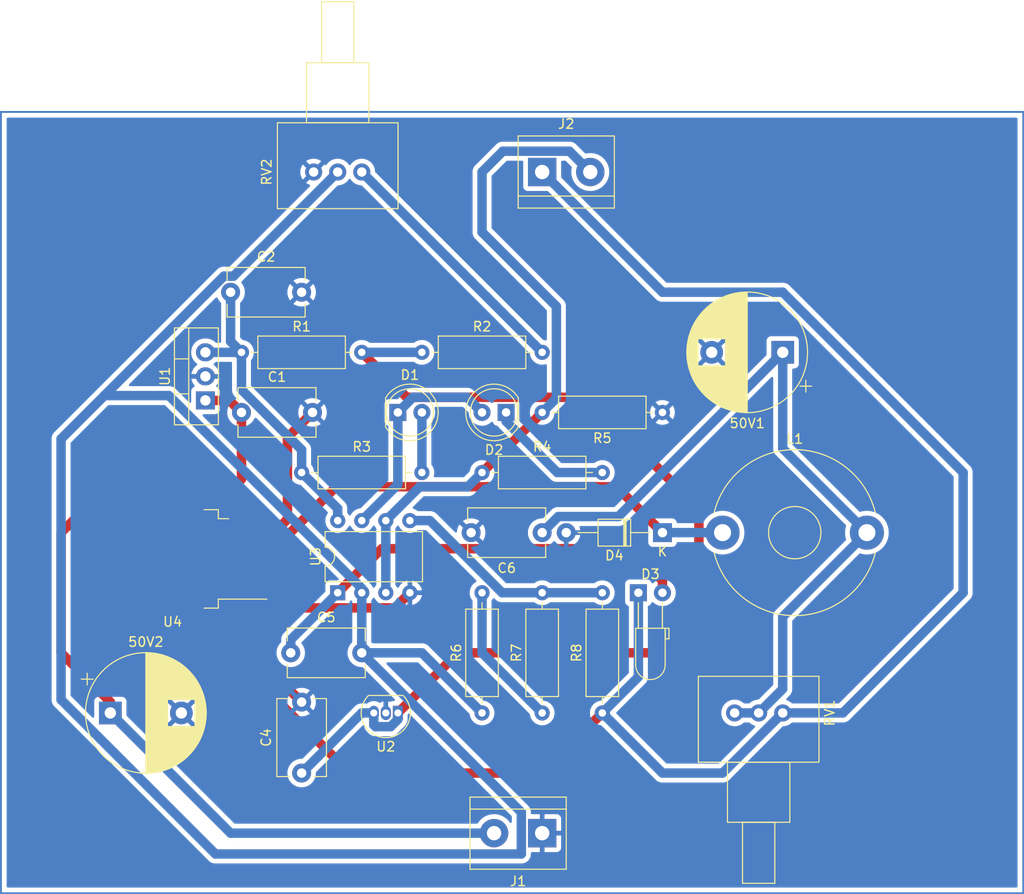
<source format=kicad_pcb>
(kicad_pcb (version 20221018) (generator pcbnew)
  (title_block (title "DC-DC  Converter , constant current and constant voltage output  module ") (date "29.11.2023") (rev "1.0") (company "by Muxtar_Safarov"))
  (layers (0 "F.Cu" signal) (31 "B.Cu" signal) (34 "B.Paste" user) (35 "F.Paste" user) (36 "B.SilkS" user "B.Silkscreen") (37 "F.SilkS" user "F.Silkscreen") (38 "B.Mask" user) (39 "F.Mask" user) (44 "Edge.Cuts" user))
  (net 0 "")
  (net 1 "Net-(50V1-Pad1)")
  (net 2 "Earth")
  (net 3 "VCC")
  (net 4 "Net-(U1-VO)")
  (net 5 "Net-(U2-K)")
  (net 6 "Net-(D3-A)")
  (net 7 "Net-(U3A--)")
  (net 8 "Net-(D1-K)")
  (net 9 "Net-(D1-A)")
  (net 10 "Net-(D2-K)")
  (net 11 "CONN")
  (net 12 "Net-(D4-K)")
  (net 13 "Net-(J2-Pin_2)")
  (net 14 "Net-(R2-Pad2)")
  (net 15 "Net-(R6-Pad2)")
  (net 16 "Net-(U3B-+)")
  (footprint "Resistor_THT:R_Axial_DIN0309_L9.0mm_D3.2mm_P12.70mm_Horizontal" (layer "F.Cu") (at 76.2 146.05)
    (fp_text reference "R3" (at 6.35 -2.72) (layer "F.SilkS"))
    (fp_text value "1K")
    (pad "1" thru_hole circle (at 0 0) (size 1.6 1.6) (drill 0.8) (layers "*.Cu" "*.Mask") (net 4 "Net-(U1-VO)"))
    (pad "2" thru_hole oval (at 12.7 0) (size 1.6 1.6) (drill 0.8) (layers "*.Cu" "*.Mask") (net 9 "Net-(D1-A)"))
  )
  (footprint "Package_DIP:DIP-8_W7.62mm" (layer "F.Cu") (at 80.01 158.75 90)
    (fp_text reference "U3" (at 3.81 -2.33 90) (layer "F.SilkS"))
    (fp_text value "LM358")
    (pad "1" thru_hole rect (at 0 0 90) (size 1.6 1.6) (drill 0.8) (layers "*.Cu" "*.Mask") (net 6 "Net-(D3-A)"))
    (pad "2" thru_hole oval (at 0 2.54 90) (size 1.6 1.6) (drill 0.8) (layers "*.Cu" "*.Mask") (net 7 "Net-(U3A--)"))
    (pad "3" thru_hole oval (at 0 5.08 90) (size 1.6 1.6) (drill 0.8) (layers "*.Cu" "*.Mask") (net 13 "Net-(J2-Pin_2)"))
    (pad "4" thru_hole oval (at 0 7.62 90) (size 1.6 1.6) (drill 0.8) (layers "*.Cu" "*.Mask") (net 2 "Earth"))
    (pad "5" thru_hole oval (at 7.62 7.62 90) (size 1.6 1.6) (drill 0.8) (layers "*.Cu" "*.Mask") (net 16 "Net-(U3B-+)"))
    (pad "6" thru_hole oval (at 7.62 5.08 90) (size 1.6 1.6) (drill 0.8) (layers "*.Cu" "*.Mask") (net 13 "Net-(J2-Pin_2)"))
    (pad "7" thru_hole oval (at 7.62 2.54 90) (size 1.6 1.6) (drill 0.8) (layers "*.Cu" "*.Mask") (net 8 "Net-(D1-K)"))
    (pad "8" thru_hole oval (at 7.62 0 90) (size 1.6 1.6) (drill 0.8) (layers "*.Cu" "*.Mask") (net 4 "Net-(U1-VO)"))
  )
  (footprint "TerminalBlock:TerminalBlock_bornier-2_P5.08mm" (layer "F.Cu") (at 101.6 114.3)
    (fp_text reference "J2" (at 2.54 -5.08) (layer "F.SilkS"))
    (fp_text value "OUTPUT")
    (pad "1" thru_hole rect (at 0 0) (size 3 3) (drill 1.52) (layers "*.Cu" "*.Mask") (net 11 "CONN"))
    (pad "2" thru_hole circle (at 5.08 0) (size 3 3) (drill 1.52) (layers "*.Cu" "*.Mask") (net 13 "Net-(J2-Pin_2)"))
  )
  (footprint "Inductor_THT:L_Toroid_Horizontal_D17.3mm_P15.24mm_Bourns_2000" (layer "F.Cu") (at 120.65 152.4)
    (fp_text reference "L1" (at 7.62 -9.9) (layer "F.SilkS"))
    (fp_text value "40uH")
    (pad "1" thru_hole circle (at 0 0) (size 3.6 3.6) (drill 1.8) (layers "*.Cu" "*.Mask") (net 12 "Net-(D4-K)"))
    (pad "2" thru_hole circle (at 15.24 0) (size 3.6 3.6) (drill 1.8) (layers "*.Cu" "*.Mask") (net 1 "Net-(50V1-Pad1)"))
  )
  (footprint "Resistor_THT:R_Axial_DIN0309_L9.0mm_D3.2mm_P12.70mm_Horizontal" (layer "F.Cu") (at 101.6 171.45 90)
    (fp_text reference "R7" (at 6.35 -2.72 90) (layer "F.SilkS"))
    (fp_text value "10K")
    (pad "1" thru_hole circle (at 0 0 90) (size 1.6 1.6) (drill 0.8) (layers "*.Cu" "*.Mask") (net 15 "Net-(R6-Pad2)"))
    (pad "2" thru_hole oval (at 12.7 0 90) (size 1.6 1.6) (drill 0.8) (layers "*.Cu" "*.Mask") (net 16 "Net-(U3B-+)"))
  )
  (footprint "Package_TO_SOT_THT:TO-220-3_Vertical" (layer "F.Cu") (at 66.04 138.43 90)
    (fp_text reference "U1" (at 2.54 -4.27 90) (layer "F.SilkS"))
    (fp_text value "L7805")
    (pad "1" thru_hole rect (at 0 0 90) (size 1.905 2) (drill 1.1) (layers "*.Cu" "*.Mask") (net 3 "VCC"))
    (pad "2" thru_hole oval (at 2.54 0 90) (size 1.905 2) (drill 1.1) (layers "*.Cu" "*.Mask") (net 2 "Earth"))
    (pad "3" thru_hole oval (at 5.08 0 90) (size 1.905 2) (drill 1.1) (layers "*.Cu" "*.Mask") (net 4 "Net-(U1-VO)"))
  )
  (footprint "Diode_THT:D_T-1_P10.16mm_Horizontal" (layer "F.Cu") (at 114.3 152.4 180)
    (fp_text reference "D4" (at 5.08 -2.42) (layer "F.SilkS"))
    (fp_text value "D_Schottky")
    (fp_text user "K" (at 0 -2) (layer "F.SilkS"))
    (pad "1" thru_hole rect (at 0 0 180) (size 2 2) (drill 1) (layers "*.Cu" "*.Mask") (net 12 "Net-(D4-K)"))
    (pad "2" thru_hole oval (at 10.16 0 180) (size 2 2) (drill 1) (layers "*.Cu" "*.Mask") (net 2 "Earth"))
  )
  (footprint "Capacitor_THT:C_Disc_D8.0mm_W5.0mm_P7.50mm" (layer "F.Cu") (at 75.05 165.1)
    (fp_text reference "C5" (at 3.75 -3.75) (layer "F.SilkS"))
    (fp_text value "1uF")
    (pad "1" thru_hole circle (at 0 0) (size 2 2) (drill 1) (layers "*.Cu" "*.Mask") (net 6 "Net-(D3-A)"))
    (pad "2" thru_hole circle (at 7.5 0) (size 2 2) (drill 1) (layers "*.Cu" "*.Mask") (net 7 "Net-(U3A--)"))
  )
  (footprint "Package_TO_SOT_THT:TO-92_Inline" (layer "F.Cu") (at 86.36 171.45 180)
    (fp_text reference "U2" (at 1.27 -3.56) (layer "F.SilkS"))
    (fp_text value "TL431LP")
    (pad "1" thru_hole rect (at 0 0 180) (size 1.05 1.5) (drill 0.75) (layers "*.Cu" "*.Mask") (net 5 "Net-(U2-K)"))
    (pad "2" thru_hole oval (at 1.27 0 180) (size 1.05 1.5) (drill 0.75) (layers "*.Cu" "*.Mask") (net 2 "Earth"))
    (pad "3" thru_hole oval (at 2.54 0 180) (size 1.05 1.5) (drill 0.75) (layers "*.Cu" "*.Mask") (net 5 "Net-(U2-K)"))
  )
  (footprint "Potentiometer_THT:Potentiometer_Vishay_148-149_Single_Horizontal" (layer "F.Cu") (at 121.92 171.45 -90)
    (fp_text reference "RV1" (at 0 -10.04 90) (layer "F.SilkS"))
    (fp_text value "10K")
    (pad "1" thru_hole circle (at 0 0 270) (size 1.8 1.8) (drill 1) (layers "*.Cu" "*.Mask") (net 1 "Net-(50V1-Pad1)"))
    (pad "2" thru_hole circle (at 0 -2.54 270) (size 1.8 1.8) (drill 1) (layers "*.Cu" "*.Mask") (net 1 "Net-(50V1-Pad1)"))
    (pad "3" thru_hole circle (at 0 -5.08 270) (size 1.8 1.8) (drill 1) (layers "*.Cu" "*.Mask") (net 11 "CONN"))
  )
  (footprint "Resistor_THT:R_Axial_DIN0309_L9.0mm_D3.2mm_P12.70mm_Horizontal" (layer "F.Cu") (at 95.25 146.05)
    (fp_text reference "R4" (at 6.35 -2.72) (layer "F.SilkS"))
    (fp_text value "1K")
    (pad "1" thru_hole circle (at 0 0) (size 1.6 1.6) (drill 0.8) (layers "*.Cu" "*.Mask") (net 13 "Net-(J2-Pin_2)"))
    (pad "2" thru_hole oval (at 12.7 0) (size 1.6 1.6) (drill 0.8) (layers "*.Cu" "*.Mask") (net 10 "Net-(D2-K)"))
  )
  (footprint "Resistor_THT:R_Axial_DIN0309_L9.0mm_D3.2mm_P12.70mm_Horizontal" (layer "F.Cu") (at 107.95 171.45 90)
    (fp_text reference "R8" (at 6.35 -2.72 90) (layer "F.SilkS"))
    (fp_text value "10K")
    (pad "1" thru_hole circle (at 0 0 90) (size 1.6 1.6) (drill 0.8) (layers "*.Cu" "*.Mask") (net 11 "CONN"))
    (pad "2" thru_hole oval (at 12.7 0 90) (size 1.6 1.6) (drill 0.8) (layers "*.Cu" "*.Mask") (net 16 "Net-(U3B-+)"))
  )
  (footprint "LED_THT:LED_D5.0mm" (layer "F.Cu") (at 86.36 139.7)
    (fp_text reference "D1" (at 1.27 -3.96) (layer "F.SilkS"))
    (fp_text value "RED")
    (pad "1" thru_hole rect (at 0 0) (size 1.8 1.8) (drill 0.9) (layers "*.Cu" "*.Mask") (net 8 "Net-(D1-K)"))
    (pad "2" thru_hole circle (at 2.54 0) (size 1.8 1.8) (drill 0.9) (layers "*.Cu" "*.Mask") (net 9 "Net-(D1-A)"))
  )
  (footprint "Potentiometer_THT:Potentiometer_Vishay_148-149_Single_Horizontal" (layer "F.Cu") (at 82.55 114.3 90)
    (fp_text reference "RV2" (at 0 -10.04 90) (layer "F.SilkS"))
    (fp_text value "10K")
    (pad "1" thru_hole circle (at 0 0 90) (size 1.8 1.8) (drill 1) (layers "*.Cu" "*.Mask") (net 14 "Net-(R2-Pad2)"))
    (pad "2" thru_hole circle (at 0 -2.54 90) (size 1.8 1.8) (drill 1) (layers "*.Cu" "*.Mask") (net 7 "Net-(U3A--)"))
    (pad "3" thru_hole circle (at 0 -5.08 90) (size 1.8 1.8) (drill 1) (layers "*.Cu" "*.Mask") (net 2 "Earth"))
  )
  (footprint "Capacitor_THT:C_Disc_D8.0mm_W5.0mm_P7.50mm" (layer "F.Cu") (at 69.85 139.7)
    (fp_text reference "C1" (at 3.75 -3.75) (layer "F.SilkS"))
    (fp_text value "10uF")
    (pad "1" thru_hole circle (at 0 0) (size 2 2) (drill 1) (layers "*.Cu" "*.Mask") (net 3 "VCC"))
    (pad "2" thru_hole circle (at 7.5 0) (size 2 2) (drill 1) (layers "*.Cu" "*.Mask") (net 2 "Earth"))
  )
  (footprint "Capacitor_THT:CP_Radial_D12.5mm_P7.50mm" (layer "F.Cu") (at 127 133.35 180)
    (fp_text reference "50V1" (at 3.75 -7.5) (layer "F.SilkS"))
    (fp_text value "470uF")
    (pad "1" thru_hole rect (at 0 0 180) (size 2.4 2.4) (drill 1.2) (layers "*.Cu" "*.Mask") (net 1 "Net-(50V1-Pad1)"))
    (pad "2" thru_hole circle (at 7.5 0 180) (size 2.4 2.4) (drill 1.2) (layers "*.Cu" "*.Mask") (net 2 "Earth"))
  )
  (footprint "Resistor_THT:R_Axial_DIN0309_L9.0mm_D3.2mm_P12.70mm_Horizontal" (layer "F.Cu") (at 114.3 139.7 180)
    (fp_text reference "R5" (at 6.35 -2.72) (layer "F.SilkS"))
    (fp_text value "0.22R")
    (pad "1" thru_hole circle (at 0 0 180) (size 1.6 1.6) (drill 0.8) (layers "*.Cu" "*.Mask") (net 2 "Earth"))
    (pad "2" thru_hole oval (at 12.7 0 180) (size 1.6 1.6) (drill 0.8) (layers "*.Cu" "*.Mask") (net 13 "Net-(J2-Pin_2)"))
  )
  (footprint "Package_TO_SOT_SMD:TO-263-5_TabPin3" (layer "F.Cu") (at 62.575 155.175 180)
    (fp_text reference "U4" (at 0 -6.65) (layer "F.SilkS"))
    (fp_text value "XL4015")
    (pad "1" smd roundrect (at -7.65 -3.4 180) (size 4.6 1.1) (layers "F.Cu" "F.Paste" "F.Mask") (roundrect_rratio 0.2272727273) (net 2 "Earth"))
    (pad "2" smd roundrect (at -7.65 -1.7 180) (size 4.6 1.1) (layers "F.Cu" "F.Paste" "F.Mask") (roundrect_rratio 0.2272727273) (net 11 "CONN"))
    (pad "3" smd roundrect (at -7.65 0 180) (size 4.6 1.1) (layers "F.Cu" "F.Paste" "F.Mask") (roundrect_rratio 0.2272727273) (net 12 "Net-(D4-K)"))
    (pad "3" smd roundrect (at -0.925 -2.775 180) (size 4.55 5.25) (layers "F.Cu" "F.Paste") (roundrect_rratio 0.05494505495) (net 12 "Net-(D4-K)"))
    (pad "3" smd roundrect (at -0.925 2.775 180) (size 4.55 5.25) (layers "F.Cu" "F.Paste") (roundrect_rratio 0.05494505495) (net 12 "Net-(D4-K)"))
    (pad "3" smd roundrect (at 1.5 0 180) (size 9.4 10.8) (layers "F.Cu" "F.Mask") (roundrect_rratio 0.02659595745) (net 12 "Net-(D4-K)"))
    (pad "3" smd roundrect (at 3.925 -2.775 180) (size 4.55 5.25) (layers "F.Cu" "F.Paste") (roundrect_rratio 0.05494505495) (net 12 "Net-(D4-K)"))
    (pad "3" smd roundrect (at 3.925 2.775 180) (size 4.55 5.25) (layers "F.Cu" "F.Paste") (roundrect_rratio 0.05494505495) (net 12 "Net-(D4-K)"))
    (pad "4" smd roundrect (at -7.65 1.7 180) (size 4.6 1.1) (layers "F.Cu" "F.Paste" "F.Mask") (roundrect_rratio 0.2272727273) (net 2 "Earth"))
    (pad "5" smd roundrect (at -7.65 3.4 180) (size 4.6 1.1) (layers "F.Cu" "F.Paste" "F.Mask") (roundrect_rratio 0.2272727273) (net 3 "VCC"))
  )
  (footprint "Capacitor_THT:C_Disc_D8.0mm_W5.0mm_P7.50mm" (layer "F.Cu") (at 76.2 177.8 90)
    (fp_text reference "C4" (at 3.75 -3.75 90) (layer "F.SilkS"))
    (fp_text value "1uF")
    (pad "1" thru_hole circle (at 0 0 90) (size 2 2) (drill 1) (layers "*.Cu" "*.Mask") (net 5 "Net-(U2-K)"))
    (pad "2" thru_hole circle (at 7.5 0 90) (size 2 2) (drill 1) (layers "*.Cu" "*.Mask") (net 2 "Earth"))
  )
  (footprint "Resistor_THT:R_Axial_DIN0309_L9.0mm_D3.2mm_P12.70mm_Horizontal" (layer "F.Cu") (at 69.85 133.35)
    (fp_text reference "R1" (at 6.35 -2.72) (layer "F.SilkS"))
    (fp_text value "2.2K")
    (pad "1" thru_hole circle (at 0 0) (size 1.6 1.6) (drill 0.8) (layers "*.Cu" "*.Mask") (net 4 "Net-(U1-VO)"))
    (pad "2" thru_hole oval (at 12.7 0) (size 1.6 1.6) (drill 0.8) (layers "*.Cu" "*.Mask") (net 5 "Net-(U2-K)"))
  )
  (footprint "Capacitor_THT:CP_Radial_D12.5mm_P7.50mm" (layer "F.Cu") (at 56 171.45)
    (fp_text reference "50V2" (at 3.75 -7.5) (layer "F.SilkS"))
    (fp_text value "470uF")
    (pad "1" thru_hole rect (at 0 0) (size 2.4 2.4) (drill 1.2) (layers "*.Cu" "*.Mask") (net 3 "VCC"))
    (pad "2" thru_hole circle (at 7.5 0) (size 2.4 2.4) (drill 1.2) (layers "*.Cu" "*.Mask") (net 2 "Earth"))
  )
  (footprint "TerminalBlock:TerminalBlock_bornier-2_P5.08mm" (layer "F.Cu") (at 101.6 184.15 180)
    (fp_text reference "J1" (at 2.54 -5.08) (layer "F.SilkS"))
    (fp_text value "VCC 0-35V")
    (pad "1" thru_hole rect (at 0 0 180) (size 3 3) (drill 1.52) (layers "*.Cu" "*.Mask") (net 2 "Earth"))
    (pad "2" thru_hole circle (at 5.08 0 180) (size 3 3) (drill 1.52) (layers "*.Cu" "*.Mask") (net 3 "VCC"))
  )
  (footprint "Capacitor_THT:C_Disc_D8.0mm_W5.0mm_P7.50mm" (layer "F.Cu") (at 101.6 152.4 180)
    (fp_text reference "C6" (at 3.75 -3.75) (layer "F.SilkS"))
    (fp_text value "10uF")
    (pad "1" thru_hole circle (at 0 0 180) (size 2 2) (drill 1) (layers "*.Cu" "*.Mask") (net 1 "Net-(50V1-Pad1)"))
    (pad "2" thru_hole circle (at 7.5 0 180) (size 2 2) (drill 1) (layers "*.Cu" "*.Mask") (net 2 "Earth"))
  )
  (footprint "LED_THT:LED_D3.0mm_Horizontal_O3.81mm_Z6.0mm" (layer "F.Cu") (at 111.76 158.75)
    (fp_text reference "D3" (at 1.27 -1.96) (layer "F.SilkS"))
    (fp_text value "WHITE")
    (pad "1" thru_hole rect (at 0 0) (size 1.8 1.8) (drill 0.9) (layers "*.Cu" "*.Mask") (net 11 "CONN"))
    (pad "2" thru_hole circle (at 2.54 0) (size 1.8 1.8) (drill 0.9) (layers "*.Cu" "*.Mask") (net 6 "Net-(D3-A)"))
  )
  (footprint "Resistor_THT:R_Axial_DIN0309_L9.0mm_D3.2mm_P12.70mm_Horizontal" (layer "F.Cu") (at 88.9 133.35)
    (fp_text reference "R2" (at 6.35 -2.72) (layer "F.SilkS"))
    (fp_text value "72K")
    (pad "1" thru_hole circle (at 0 0) (size 1.6 1.6) (drill 0.8) (layers "*.Cu" "*.Mask") (net 5 "Net-(U2-K)"))
    (pad "2" thru_hole oval (at 12.7 0) (size 1.6 1.6) (drill 0.8) (layers "*.Cu" "*.Mask") (net 14 "Net-(R2-Pad2)"))
  )
  (footprint "LED_THT:LED_D5.0mm_Clear" (layer "F.Cu") (at 97.79 139.7 180)
    (fp_text reference "D2" (at 1.27 -3.96) (layer "F.SilkS"))
    (fp_text value "Green")
    (pad "1" thru_hole rect (at 0 0 180) (size 1.8 1.8) (drill 0.9) (layers "*.Cu" "*.Mask") (net 10 "Net-(D2-K)"))
    (pad "2" thru_hole circle (at 2.54 0 180) (size 1.8 1.8) (drill 0.9) (layers "*.Cu" "*.Mask") (net 8 "Net-(D1-K)"))
  )
  (footprint "Resistor_THT:R_Axial_DIN0309_L9.0mm_D3.2mm_P12.70mm_Horizontal" (layer "F.Cu") (at 95.25 171.45 90)
    (fp_text reference "R6" (at 6.35 -2.72 90) (layer "F.SilkS"))
    (fp_text value "100K")
    (pad "1" thru_hole circle (at 0 0 90) (size 1.6 1.6) (drill 0.8) (layers "*.Cu" "*.Mask") (net 7 "Net-(U3A--)"))
    (pad "2" thru_hole oval (at 12.7 0 90) (size 1.6 1.6) (drill 0.8) (layers "*.Cu" "*.Mask") (net 15 "Net-(R6-Pad2)"))
  )
  (footprint "Capacitor_THT:C_Disc_D8.0mm_W5.0mm_P7.50mm" (layer "F.Cu") (at 68.7 127)
    (fp_text reference "C2" (at 3.75 -3.75) (layer "F.SilkS"))
    (fp_text value "1uF")
    (pad "1" thru_hole circle (at 0 0) (size 2 2) (drill 1) (layers "*.Cu" "*.Mask") (net 4 "Net-(U1-VO)"))
    (pad "2" thru_hole circle (at 7.5 0) (size 2 2) (drill 1) (layers "*.Cu" "*.Mask") (net 2 "Earth"))
  )
  (gr_rect (start 44.45 107.95) (end 152.4 190.5) (stroke (width 0.2)) (fill none) (layer "B.Cu"))
  (segment (start 101.6 152.4) (end 103.3 150.7) (width 1) (layer "B.Cu") (net 1))
  (segment (start 127 143.51) (end 135.89 152.4) (width 1) (layer "B.Cu") (net 1))
  (segment (start 127 168.91) (end 127 161.29) (width 1) (layer "B.Cu") (net 1))
  (segment (start 127 161.29) (end 135.89 152.4) (width 1) (layer "B.Cu") (net 1))
  (segment (start 124.46 171.45) (end 127 168.91) (width 1) (layer "B.Cu") (net 1))
  (segment (start 121.92 171.45) (end 124.46 171.45) (width 1) (layer "B.Cu") (net 1))
  (segment (start 127 133.35) (end 127 143.51) (width 1) (layer "B.Cu") (net 1))
  (segment (start 109.65 150.7) (end 127 133.35) (width 1) (layer "B.Cu") (net 1))
  (segment (start 103.3 150.7) (end 109.65 150.7) (width 1) (layer "B.Cu") (net 1))
  (segment (start 70.675 153.925) (end 71.771447 153.925) (width 1) (layer "F.Cu") (net 2))
  (segment (start 70.225 158.575) (end 72 160.35) (width 1) (layer "F.Cu") (net 2))
  (segment (start 72 160.35) (end 86.03 160.35) (width 1) (layer "F.Cu") (net 2))
  (segment (start 72 166.1) (end 72 160.35) (width 1) (layer "F.Cu") (net 2))
  (segment (start 70.225 153.475) (end 70.675 153.925) (width 1) (layer "F.Cu") (net 2))
  (segment (start 71.771447 153.925) (end 74.7 150.996447) (width 1) (layer "F.Cu") (net 2))
  (segment (start 74.7 142.35) (end 77.35 139.7) (width 1) (layer "F.Cu") (net 2))
  (segment (start 76.2 170.3) (end 72 166.1) (width 1) (layer "F.Cu") (net 2))
  (segment (start 86.03 160.35) (end 87.63 158.75) (width 1) (layer "F.Cu") (net 2))
  (segment (start 74.7 150.996447) (end 74.7 142.35) (width 1) (layer "F.Cu") (net 2))
  (segment (start 70.225 151.775) (end 67.525 149.075) (width 1) (layer "F.Cu") (net 3))
  (segment (start 66.04 138.43) (end 68.58 138.43) (width 1) (layer "F.Cu") (net 3))
  (segment (start 54.125 149.075) (end 50.8 152.4) (width 1) (layer "F.Cu") (net 3))
  (segment (start 50.8 152.4) (end 50.8 165.1) (width 1) (layer "F.Cu") (net 3))
  (segment (start 69.85 139.7) (end 69.85 146.75) (width 1) (layer "F.Cu") (net 3))
  (segment (start 67.525 149.075) (end 54.125 149.075) (width 1) (layer "F.Cu") (net 3))
  (segment (start 69.85 146.75) (end 67.525 149.075) (width 1) (layer "F.Cu") (net 3))
  (segment (start 50.8 165.1) (end 56 170.3) (width 1) (layer "F.Cu") (net 3))
  (segment (start 56 170.3) (end 56 171.45) (width 1) (layer "F.Cu") (net 3))
  (segment (start 68.58 138.43) (end 69.85 139.7) (width 1) (layer "F.Cu") (net 3))
  (segment (start 96.52 184.15) (end 68.7 184.15) (width 1) (layer "B.Cu") (net 3))
  (segment (start 68.7 184.15) (end 56 171.45) (width 1) (layer "B.Cu") (net 3))
  (segment (start 68.7 132.2) (end 69.85 133.35) (width 1) (layer "B.Cu") (net 4))
  (segment (start 69.85 137.295836) (end 69.85 133.35) (width 1) (layer "B.Cu") (net 4))
  (segment (start 76.2 143.645836) (end 69.85 137.295836) (width 1) (layer "B.Cu") (net 4))
  (segment (start 66.04 133.35) (end 69.85 133.35) (width 1) (layer "B.Cu") (net 4))
  (segment (start 80.01 151.13) (end 80.01 149.86) (width 1) (layer "B.Cu") (net 4))
  (segment (start 76.2 146.05) (end 76.2 143.645836) (width 1) (layer "B.Cu") (net 4))
  (segment (start 80.01 149.86) (end 76.2 146.05) (width 1) (layer "B.Cu") (net 4))
  (segment (start 68.7 127) (end 68.7 132.2) (width 1) (layer "B.Cu") (net 4))
  (segment (start 118.15 149.9) (end 118.15 161.25) (width 1) (layer "F.Cu") (net 5))
  (segment (start 106.35 138.1) (end 118.15 149.9) (width 1) (layer "F.Cu") (net 5))
  (segment (start 82.55 133.35) (end 87.3 138.1) (width 1) (layer "F.Cu") (net 5))
  (segment (start 118.15 161.25) (end 114.3 165.1) (width 1) (layer "F.Cu") (net 5))
  (segment (start 114.3 165.1) (end 92.71 165.1) (width 1) (layer "F.Cu") (net 5))
  (segment (start 92.71 165.1) (end 86.36 171.45) (width 1) (layer "F.Cu") (net 5))
  (segment (start 87.3 138.1) (end 106.35 138.1) (width 1) (layer "F.Cu") (net 5))
  (segment (start 86.36 172.137412) (end 85.597412 172.9) (width 1) (layer "B.Cu") (net 5))
  (segment (start 83.82 172.72) (end 83.82 171.45) (width 1) (layer "B.Cu") (net 5))
  (segment (start 84 172.9) (end 83.82 172.72) (width 1) (layer "B.Cu") (net 5))
  (segment (start 85.597412 172.9) (end 84 172.9) (width 1) (layer "B.Cu") (net 5))
  (segment (start 82.55 133.35) (end 88.9 133.35) (width 1) (layer "B.Cu") (net 5))
  (segment (start 86.36 171.45) (end 86.36 172.137412) (width 1) (layer "B.Cu") (net 5))
  (segment (start 82.55 171.45) (end 83.82 171.45) (width 1) (layer "B.Cu") (net 5))
  (segment (start 76.2 177.8) (end 82.55 171.45) (width 1) (layer "B.Cu") (net 5))
  (segment (start 80.01 158.75) (end 84.66 154.1) (width 1) (layer "F.Cu") (net 6))
  (segment (start 110.922792 154.1) (end 114.3 157.477208) (width 1) (layer "F.Cu") (net 6))
  (segment (start 84.66 154.1) (end 110.922792 154.1) (width 1) (layer "F.Cu") (net 6))
  (segment (start 114.3 157.477208) (end 114.3 158.75) (width 1) (layer "F.Cu") (net 6))
  (segment (start 75.05 163.71) (end 80.01 158.75) (width 1) (layer "B.Cu") (net 6))
  (segment (start 75.05 165.1) (end 75.05 163.71) (width 1) (layer "B.Cu") (net 6))
  (segment (start 80.01 114.3) (end 69.01 125.3) (width 1) (layer "B.Cu") (net 7))
  (segment (start 99.4 181.95) (end 82.55 165.1) (width 1) (layer "B.Cu") (net 7))
  (segment (start 99.4 186.35) (end 99.4 181.95) (width 1) (layer "B.Cu") (net 7))
  (segment (start 69.01 125.3) (end 67.995836 125.3) (width 1) (layer "B.Cu") (net 7))
  (segment (start 95.25 171.45) (end 88.9 165.1) (width 1) (layer "B.Cu") (net 7))
  (segment (start 82.55 158.75) (end 82.55 158.29) (width 1) (layer "B.Cu") (net 7))
  (segment (start 67.995836 125.3) (end 55.372918 137.922918) (width 1) (layer "B.Cu") (net 7))
  (segment (start 55.372918 137.922918) (end 50.8 142.495836) (width 1) (layer "B.Cu") (net 7))
  (segment (start 50.8 170.05) (end 67.1 186.35) (width 1) (layer "B.Cu") (net 7))
  (segment (start 82.55 165.1) (end 82.55 158.75) (width 1) (layer "B.Cu") (net 7))
  (segment (start 62.182918 137.922918) (end 55.372918 137.922918) (width 1) (layer "B.Cu") (net 7))
  (segment (start 67.1 186.35) (end 99.4 186.35) (width 1) (layer "B.Cu") (net 7))
  (segment (start 82.55 158.29) (end 62.182918 137.922918) (width 1) (layer "B.Cu") (net 7))
  (segment (start 50.8 142.495836) (end 50.8 170.05) (width 1) (layer "B.Cu") (net 7))
  (segment (start 88.9 165.1) (end 82.55 165.1) (width 1) (layer "B.Cu") (net 7))
  (segment (start 86.36 147.32) (end 82.55 151.13) (width 1) (layer "B.Cu") (net 8))
  (segment (start 87.96 138.1) (end 86.36 139.7) (width 1) (layer "B.Cu") (net 8))
  (segment (start 93.65 138.1) (end 87.96 138.1) (width 1) (layer "B.Cu") (net 8))
  (segment (start 86.36 139.7) (end 86.36 147.32) (width 1) (layer "B.Cu") (net 8))
  (segment (start 95.25 139.7) (end 93.65 138.1) (width 1) (layer "B.Cu") (net 8))
  (segment (start 88.9 146.05) (end 88.9 139.7) (width 1) (layer "B.Cu") (net 9))
  (segment (start 97.79 140.64) (end 97.79 139.7) (width 1) (layer "B.Cu") (net 10))
  (segment (start 107.95 146.05) (end 103.2 146.05) (width 1) (layer "B.Cu") (net 10))
  (segment (start 103.2 146.05) (end 97.79 140.64) (width 1) (layer "B.Cu") (net 10))
  (segment (start 68.231497 156.875) (end 67.225 157.881497) (width 1) (layer "F.Cu") (net 11))
  (segment (start 67.225 157.881497) (end 67.225 163.729164) (width 1) (layer "F.Cu") (net 11))
  (segment (start 70.225 156.875) (end 68.231497 156.875) (width 1) (layer "F.Cu") (net 11))
  (segment (start 81.295836 177.8) (end 101.6 177.8) (width 1) (layer "F.Cu") (net 11))
  (segment (start 101.6 177.8) (end 107.95 171.45) (width 1) (layer "F.Cu") (net 11))
  (segment (start 67.225 163.729164) (end 81.295836 177.8) (width 1) (layer "F.Cu") (net 11))
  (segment (start 133.35 171.45) (end 127 171.45) (width 1) (layer "B.Cu") (net 11))
  (segment (start 111.76 158.75) (end 111.76 167.64) (width 1) (layer "B.Cu") (net 11))
  (segment (start 111.76 167.64) (end 107.95 171.45) (width 1) (layer "B.Cu") (net 11))
  (segment (start 146.05 158.75) (end 133.35 171.45) (width 1) (layer "B.Cu") (net 11))
  (segment (start 127 127) (end 146.05 146.05) (width 1) (layer "B.Cu") (net 11))
  (segment (start 114.3 177.8) (end 120.65 177.8) (width 1) (layer "B.Cu") (net 11))
  (segment (start 114.3 127) (end 127 127) (width 1) (layer "B.Cu") (net 11))
  (segment (start 107.95 171.45) (end 114.3 177.8) (width 1) (layer "B.Cu") (net 11))
  (segment (start 146.05 146.05) (end 146.05 158.75) (width 1) (layer "B.Cu") (net 11))
  (segment (start 101.6 114.3) (end 114.3 127) (width 1) (layer "B.Cu") (net 11))
  (segment (start 120.65 177.8) (end 127 171.45) (width 1) (layer "B.Cu") (net 11))
  (segment (start 79.843503 147.55) (end 109.45 147.55) (width 1) (layer "F.Cu") (net 12))
  (segment (start 66.275 155.175) (end 70.225 155.175) (width 1) (layer "F.Cu") (net 12))
  (segment (start 72.218503 155.175) (end 79.843503 147.55) (width 1) (layer "F.Cu") (net 12))
  (segment (start 70.225 155.175) (end 72.218503 155.175) (width 1) (layer "F.Cu") (net 12))
  (segment (start 109.45 147.55) (end 114.3 152.4) (width 1) (layer "F.Cu") (net 12))
  (segment (start 63.5 152.4) (end 66.275 155.175) (width 1) (layer "F.Cu") (net 12))
  (segment (start 120.65 152.4) (end 114.3 152.4) (width 1) (layer "B.Cu") (net 12))
  (segment (start 101.6 139.7) (end 95.25 146.05) (width 1) (layer "F.Cu") (net 13))
  (segment (start 95.25 146.05) (end 93.75 147.55) (width 1) (layer "B.Cu") (net 13))
  (segment (start 93.75 147.55) (end 88.67 147.55) (width 1) (layer "B.Cu") (net 13))
  (segment (start 103.1 128.5) (end 103.1 138.2) (width 1) (layer "B.Cu") (net 13))
  (segment (start 85.09 158.75) (end 85.09 151.13) (width 1) (layer "B.Cu") (net 13))
  (segment (start 97.45 112.1) (end 95.25 114.3) (width 1) (layer "B.Cu") (net 13))
  (segment (start 95.25 120.65) (end 103.1 128.5) (width 1) (layer "B.Cu") (net 13))
  (segment (start 103.1 138.2) (end 101.6 139.7) (width 1) (layer "B.Cu") (net 13))
  (segment (start 88.67 147.55) (end 85.09 151.13) (width 1) (layer "B.Cu") (net 13))
  (segment (start 106.68 114.3) (end 104.48 112.1) (width 1) (layer "B.Cu") (net 13))
  (segment (start 95.25 114.3) (end 95.25 120.65) (width 1) (layer "B.Cu") (net 13))
  (segment (start 104.48 112.1) (end 97.45 112.1) (width 1) (layer "B.Cu") (net 13))
  (segment (start 82.55 114.3) (end 101.6 133.35) (width 1) (layer "B.Cu") (net 14))
  (segment (start 95.25 158.75) (end 95.25 165.1) (width 1) (layer "B.Cu") (net 15))
  (segment (start 95.25 165.1) (end 101.6 171.45) (width 1) (layer "B.Cu") (net 15))
  (segment (start 101.6 158.75) (end 107.95 158.75) (width 1) (layer "B.Cu") (net 16))
  (segment (start 97.371321 158.75) (end 101.6 158.75) (width 1) (layer "B.Cu") (net 16))
  (segment (start 89.751321 151.13) (end 97.371321 158.75) (width 1) (layer "B.Cu") (net 16))
  (segment (start 87.63 151.13) (end 89.751321 151.13) (width 1) (layer "B.Cu") (net 16))
  (zone (net 2) (net_name "Earth") (layer "B.Cu") (connect_pads (clearance 0.5)) (min_thickness 0.25) (fill yes (thermal_gap 0.5) (thermal_bridge_width 0.5))
    (polygon (pts (xy 44.45 107.95) (xy 44.45 190.5) (xy 152.4 190.5) (xy 152.4 107.95)))
  )
)
</source>
